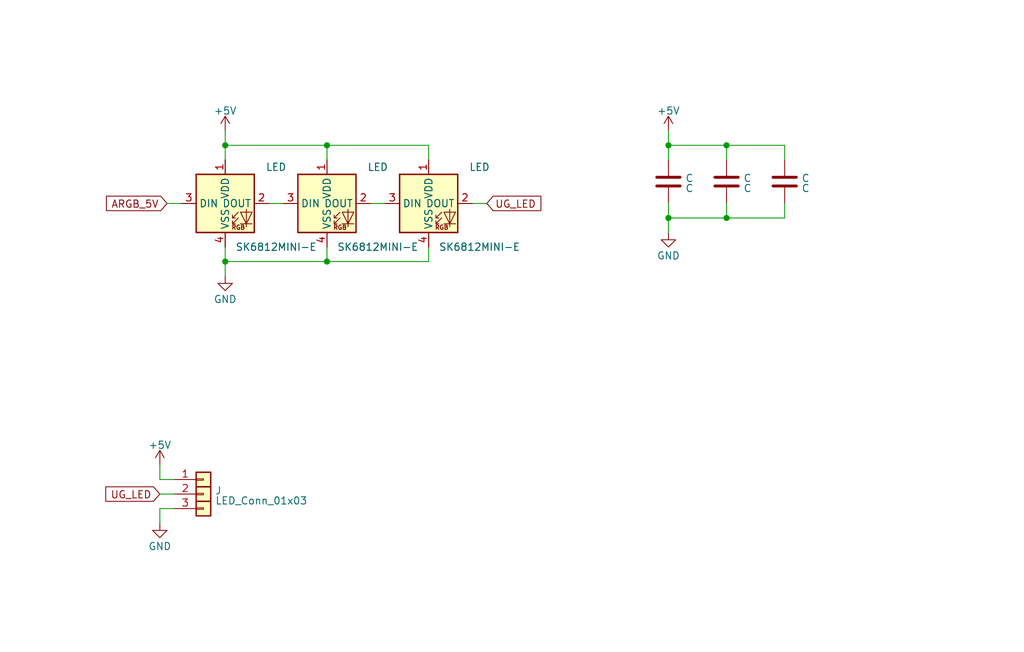
<source format=kicad_sch>
(kicad_sch (version 20220404) (generator eeschema)
  (paper "User" 178.994 113.995)
  (title_block (title "Nyx (RGB Matrix)") (date "2023-08-15") (rev "2") (comment 1 "Copyright © 2023 HorrorTroll") (comment 2 "GPL2 License"))
  (lib_symbols
    (symbol "Device:C" (pin_numbers hide) (pin_names (offset 0.254))
      (property "Reference" "C" (at 0.635 2.54 0))
      (property "Value" "C" (at 0.635 -2.54 0))
      (symbol "C_0_1"
        (polyline (pts (xy -2.032 -0.762) (xy 2.032 -0.762)) (stroke (width 0.508)))
        (polyline (pts (xy -2.032 0.762) (xy 2.032 0.762)) (stroke (width 0.508)))
      )
      (symbol "C_1_1"
        (pin passive line (at 0 3.81 270) (length 2.794) (name "~") (number "1"))
        (pin passive line (at 0 -3.81 90) (length 2.794) (name "~") (number "2"))
      )
    )
    (symbol "horrortroll_lib:LED_Conn_01x03" (pin_names (offset 1.016) hide)
      (property "Reference" "J" (at 0 5.08 0))
      (property "Value" "LED_Conn_01x03" (at 0 -5.08 0))
      (symbol "LED_Conn_01x03_1_1"
        (rectangle (start -1.27 3.81) (end 1.27 -3.81) (stroke (width 0.254)) (fill (type background)))
        (rectangle (start 0 -2.413) (end 1.27 -2.667) (stroke (width 0.1524)))
        (polyline (pts (xy -1.27 -1.27) (xy 1.27 -1.27)) (stroke (width 0.254)))
        (polyline (pts (xy -1.27 1.27) (xy 1.27 1.27)) (stroke (width 0.254)))
        (rectangle (start 0 0.127) (end 1.27 -0.127) (stroke (width 0.1524)))
        (rectangle (start 0 2.667) (end 1.27 2.413) (stroke (width 0.1524)))
        (pin passive line (at 5.08 2.54 180) (length 3.81) (name "Pin_1") (number "1"))
        (pin passive line (at 5.08 0 180) (length 3.81) (name "Pin_2") (number "2"))
        (pin passive line (at 5.08 -2.54 180) (length 3.81) (name "Pin_3") (number "3"))
      )
    )
    (symbol "horrortroll_lib:SK6812MINI-E"
      (property "Reference" "LED" (at 2.54 -6.35 0))
      (property "Value" "SK6812MINI-E" (at 7.62 6.35 0))
      (symbol "SK6812MINI-E_0_0"
        (text "RGB" (at 2.286 -4.191 0) (effects (font (size 0.762 0.762))))
      )
      (symbol "SK6812MINI-E_0_1"
        (polyline (pts (xy 1.27 -3.556) (xy 1.778 -3.556)))
        (polyline (pts (xy 1.27 -2.54) (xy 1.778 -2.54)))
        (polyline (pts (xy 4.699 -3.556) (xy 2.667 -3.556)))
        (polyline (pts (xy 2.286 -2.54) (xy 1.27 -3.556) (xy 1.27 -3.048)))
        (polyline (pts (xy 2.286 -1.524) (xy 1.27 -2.54) (xy 1.27 -2.032)))
        (polyline (pts (xy 3.683 -1.016) (xy 3.683 -3.556) (xy 3.683 -4.064)))
        (polyline (pts (xy 4.699 -1.524) (xy 2.667 -1.524) (xy 3.683 -3.556) (xy 4.699 -1.524)))
        (rectangle (start 5.08 5.08) (end -5.08 -5.08) (stroke (width 0.254)) (fill (type background)))
      )
      (symbol "SK6812MINI-E_1_1"
        (pin power_in line (at 0 7.62 270) (length 2.54) (name "VDD") (number "1"))
        (pin output line (at 7.62 0 180) (length 2.54) (name "DOUT") (number "2"))
        (pin input line (at -7.62 0 0) (length 2.54) (name "DIN") (number "3"))
        (pin power_in line (at 0 -7.62 90) (length 2.54) (name "VSS") (number "4"))
      )
    )
    (symbol "power:+5V" (power) (pin_names (offset 0))
      (property "Value" "+5V" (at 0 3.556 0))
      (symbol "+5V_0_1"
        (polyline (pts (xy -0.762 1.27) (xy 0 2.54)))
        (polyline (pts (xy 0 0) (xy 0 2.54)))
        (polyline (pts (xy 0 2.54) (xy 0.762 1.27)))
      )
      (symbol "+5V_1_1"
        (pin power_in line (at 0 0 90) (length 0) hide (name "+5V") (number "1"))
      )
    )
    (symbol "power:GND" (power) (pin_names (offset 0))
      (property "Value" "GND" (at 0 -3.81 0))
      (symbol "GND_0_1"
        (polyline (pts (xy 0 0) (xy 0 -1.27) (xy 1.27 -1.27) (xy 0 -2.54) (xy -1.27 -1.27) (xy 0 -1.27)))
      )
      (symbol "GND_1_1"
        (pin power_in line (at 0 0 270) (length 0) hide (name "GND") (number "1"))
      )
    )
  )
  (junction (at 116.84 38.1))
  (junction (at 127 38.1))
  (junction (at 39.37 45.72))
  (junction (at 57.15 25.4))
  (junction (at 57.15 45.72))
  (junction (at 39.37 25.4))
  (junction (at 127 25.4))
  (junction (at 116.84 25.4))
  (wire (pts (xy 74.93 43.18) (xy 74.93 45.72)))
  (wire (pts (xy 137.16 35.56) (xy 137.16 38.1)))
  (wire (pts (xy 137.16 38.1) (xy 127 38.1)))
  (wire (pts (xy 29.21 35.56) (xy 31.75 35.56)))
  (wire (pts (xy 127 35.56) (xy 127 38.1)))
  (wire (pts (xy 116.84 35.56) (xy 116.84 38.1)))
  (wire (pts (xy 57.15 25.4) (xy 74.93 25.4)))
  (wire (pts (xy 137.16 25.4) (xy 137.16 27.94)))
  (wire (pts (xy 46.99 35.56) (xy 49.53 35.56)))
  (wire (pts (xy 57.15 27.94) (xy 57.15 25.4)))
  (wire (pts (xy 39.37 43.18) (xy 39.37 45.72)))
  (wire (pts (xy 39.37 25.4) (xy 39.37 27.94)))
  (wire (pts (xy 57.15 25.4) (xy 39.37 25.4)))
  (wire (pts (xy 116.84 25.4) (xy 127 25.4)))
  (wire (pts (xy 74.93 45.72) (xy 57.15 45.72)))
  (wire (pts (xy 27.94 88.9) (xy 27.94 91.44)))
  (wire (pts (xy 39.37 48.26) (xy 39.37 45.72)))
  (wire (pts (xy 39.37 22.86) (xy 39.37 25.4)))
  (wire (pts (xy 64.77 35.56) (xy 67.31 35.56)))
  (wire (pts (xy 30.48 88.9) (xy 27.94 88.9)))
  (wire (pts (xy 127 38.1) (xy 116.84 38.1)))
  (wire (pts (xy 116.84 40.64) (xy 116.84 38.1)))
  (wire (pts (xy 27.94 81.28) (xy 27.94 83.82)))
  (wire (pts (xy 74.93 25.4) (xy 74.93 27.94)))
  (wire (pts (xy 127 25.4) (xy 127 27.94)))
  (wire (pts (xy 127 25.4) (xy 137.16 25.4)))
  (wire (pts (xy 57.15 43.18) (xy 57.15 45.72)))
  (wire (pts (xy 30.48 83.82) (xy 27.94 83.82)))
  (wire (pts (xy 57.15 45.72) (xy 39.37 45.72)))
  (wire (pts (xy 116.84 22.86) (xy 116.84 25.4)))
  (wire (pts (xy 116.84 25.4) (xy 116.84 27.94)))
  (wire (pts (xy 27.94 86.36) (xy 30.48 86.36)))
  (wire (pts (xy 82.55 35.56) (xy 85.09 35.56)))
  (global_label "UG_LED" (shape input) (at 27.94 86.36 180) (property "Intersheetrefs" "${INTERSHEET_REFS}" (effects hide)))
  (global_label "UG_LED" (shape input) (at 85.09 35.56 0) (property "Intersheetrefs" "${INTERSHEET_REFS}" (effects hide)))
  (global_label "ARGB_5V" (shape input) (at 29.21 35.56 180) (property "Intersheet References" "${INTERSHEET_REFS}" (effects hide)))
  (symbol (lib_id "power:GND") (at 39.37 48.26 0) (unit 1)
    (default_instance (reference "#PWR") (unit 1) (value "GND") (footprint ""))
    (property "Reference" "#PWR" (effects hide))
    (property "Value" "GND" (at 39.37 52.3161 0))
  )
  (symbol (lib_id "horrortroll_lib:SK6812MINI-E") (at 74.93 35.56 0) (unit 1)
    (default_instance (reference "LED") (unit 1) (value "SK6812MINI-E") (footprint "marbastlib-various:LED_6028R"))
    (property "Reference" "LED" (at 83.82 29.21 0))
    (property "Value" "SK6812MINI-E" (at 83.82 43.18 0))
    (property "Footprint" "marbastlib-various:LED_6028R" (effects hide))
    (property "LCSC Part Number" "C524051" (effects hide))
  )
  (symbol (lib_id "horrortroll_lib:LED_Conn_01x03") (at 35.56 86.36 0) (mirror y) (unit 1)
    (default_instance (reference "J") (unit 1) (value "LED_Conn_01x03") (footprint "HorrorTroll_lib:LED_Connector"))
    (property "Reference" "J" (at 37.592 85.7655 0) (effects (justify right)))
    (property "Value" "LED_Conn_01x03" (at 37.592 87.5277 0) (effects (justify right)))
    (property "Footprint" "HorrorTroll_lib:LED_Connector" (effects hide))
  )
  (symbol (lib_id "Device:C") (at 137.16 31.75 0) (unit 1)
    (default_instance (reference "C") (unit 1) (value "C") (footprint ""))
    (property "Reference" "C" (at 140.081 31.1555 0) (effects (justify left)))
    (property "Value" "C" (at 140.081 32.9177 0) (effects (justify left)))
    (property "LCSC Part Number" "C307331" (effects hide))
  )
  (symbol (lib_id "horrortroll_lib:SK6812MINI-E") (at 57.15 35.56 0) (unit 1)
    (default_instance (reference "LED") (unit 1) (value "SK6812MINI-E") (footprint "marbastlib-various:LED_6028R"))
    (property "Reference" "LED" (at 66.04 29.21 0))
    (property "Value" "SK6812MINI-E" (at 66.04 43.18 0))
    (property "Footprint" "marbastlib-various:LED_6028R" (effects hide))
    (property "LCSC Part Number" "C524051" (effects hide))
  )
  (symbol (lib_id "power:GND") (at 116.84 40.64 0) (unit 1)
    (default_instance (reference "#PWR") (unit 1) (value "GND") (footprint ""))
    (property "Reference" "#PWR" (effects hide))
    (property "Value" "GND" (at 116.84 44.6961 0))
  )
  (symbol (lib_id "power:GND") (at 27.94 91.44 0) (unit 1)
    (default_instance (reference "#PWR") (unit 1) (value "GND") (footprint ""))
    (property "Reference" "#PWR" (effects hide))
    (property "Value" "GND" (at 27.94 95.4961 0))
  )
  (symbol (lib_id "power:+5V") (at 116.84 22.86 0) (unit 1)
    (default_instance (reference "#PWR") (unit 1) (value "+5V") (footprint ""))
    (property "Reference" "#PWR" (effects hide))
    (property "Value" "+5V" (at 116.84 19.3771 0))
  )
  (symbol (lib_id "Device:C") (at 116.84 31.75 0) (unit 1)
    (default_instance (reference "C") (unit 1) (value "C") (footprint ""))
    (property "Reference" "C" (at 119.761 31.1555 0) (effects (justify left)))
    (property "Value" "C" (at 119.761 32.9177 0) (effects (justify left)))
    (property "LCSC Part Number" "C307331" (effects hide))
  )
  (symbol (lib_id "Device:C") (at 127 31.75 0) (unit 1)
    (default_instance (reference "C") (unit 1) (value "C") (footprint ""))
    (property "Reference" "C" (at 129.921 31.1555 0) (effects (justify left)))
    (property "Value" "C" (at 129.921 32.9177 0) (effects (justify left)))
    (property "LCSC Part Number" "C307331" (effects hide))
  )
  (symbol (lib_id "power:+5V") (at 27.94 81.28 0) (unit 1)
    (default_instance (reference "#PWR") (unit 1) (value "+5V") (footprint ""))
    (property "Reference" "#PWR" (effects hide))
    (property "Value" "+5V" (at 27.94 77.7971 0))
  )
  (symbol (lib_id "horrortroll_lib:SK6812MINI-E") (at 39.37 35.56 0) (unit 1)
    (default_instance (reference "LED") (unit 1) (value "SK6812MINI-E") (footprint "marbastlib-various:LED_6028R"))
    (property "Reference" "LED" (at 48.26 29.21 0))
    (property "Value" "SK6812MINI-E" (at 48.26 43.18 0))
    (property "Footprint" "marbastlib-various:LED_6028R" (effects hide))
    (property "LCSC Part Number" "C524051" (effects hide))
  )
  (symbol (lib_id "power:+5V") (at 39.37 22.86 0) (unit 1)
    (default_instance (reference "#PWR") (unit 1) (value "+5V") (footprint ""))
    (property "Reference" "#PWR" (effects hide))
    (property "Value" "+5V" (at 39.37 19.3771 0))
  )
)
</source>
